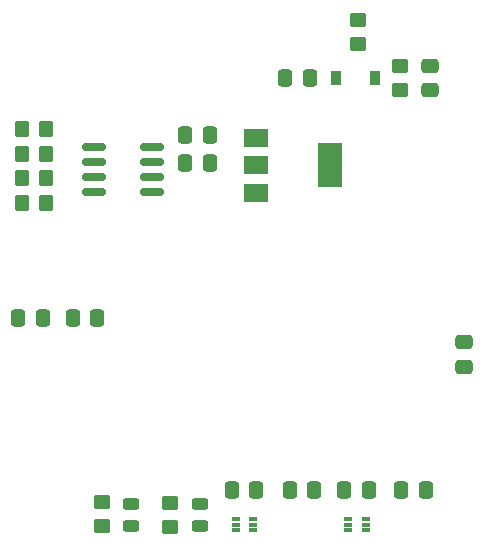
<source format=gbr>
%TF.GenerationSoftware,KiCad,Pcbnew,6.99.0-unknown-e4798199c6~148~ubuntu20.04.1*%
%TF.CreationDate,2022-06-12T18:05:56+02:00*%
%TF.ProjectId,MTRON_PCB,4d54524f-4e5f-4504-9342-2e6b69636164,rev?*%
%TF.SameCoordinates,Original*%
%TF.FileFunction,Paste,Top*%
%TF.FilePolarity,Positive*%
%FSLAX46Y46*%
G04 Gerber Fmt 4.6, Leading zero omitted, Abs format (unit mm)*
G04 Created by KiCad (PCBNEW 6.99.0-unknown-e4798199c6~148~ubuntu20.04.1) date 2022-06-12 18:05:56*
%MOMM*%
%LPD*%
G01*
G04 APERTURE LIST*
G04 Aperture macros list*
%AMRoundRect*
0 Rectangle with rounded corners*
0 $1 Rounding radius*
0 $2 $3 $4 $5 $6 $7 $8 $9 X,Y pos of 4 corners*
0 Add a 4 corners polygon primitive as box body*
4,1,4,$2,$3,$4,$5,$6,$7,$8,$9,$2,$3,0*
0 Add four circle primitives for the rounded corners*
1,1,$1+$1,$2,$3*
1,1,$1+$1,$4,$5*
1,1,$1+$1,$6,$7*
1,1,$1+$1,$8,$9*
0 Add four rect primitives between the rounded corners*
20,1,$1+$1,$2,$3,$4,$5,0*
20,1,$1+$1,$4,$5,$6,$7,0*
20,1,$1+$1,$6,$7,$8,$9,0*
20,1,$1+$1,$8,$9,$2,$3,0*%
G04 Aperture macros list end*
%ADD10RoundRect,0.250000X-0.350000X-0.450000X0.350000X-0.450000X0.350000X0.450000X-0.350000X0.450000X0*%
%ADD11RoundRect,0.250000X-0.450000X0.350000X-0.450000X-0.350000X0.450000X-0.350000X0.450000X0.350000X0*%
%ADD12RoundRect,0.250000X-0.337500X-0.475000X0.337500X-0.475000X0.337500X0.475000X-0.337500X0.475000X0*%
%ADD13RoundRect,0.250000X0.475000X-0.337500X0.475000X0.337500X-0.475000X0.337500X-0.475000X-0.337500X0*%
%ADD14RoundRect,0.250000X0.350000X0.450000X-0.350000X0.450000X-0.350000X-0.450000X0.350000X-0.450000X0*%
%ADD15R,2.000000X1.500000*%
%ADD16R,2.000000X3.800000*%
%ADD17RoundRect,0.250000X-0.475000X0.337500X-0.475000X-0.337500X0.475000X-0.337500X0.475000X0.337500X0*%
%ADD18RoundRect,0.250000X0.337500X0.475000X-0.337500X0.475000X-0.337500X-0.475000X0.337500X-0.475000X0*%
%ADD19RoundRect,0.150000X-0.825000X-0.150000X0.825000X-0.150000X0.825000X0.150000X-0.825000X0.150000X0*%
%ADD20RoundRect,0.243750X-0.456250X0.243750X-0.456250X-0.243750X0.456250X-0.243750X0.456250X0.243750X0*%
%ADD21R,0.900000X1.200000*%
%ADD22R,0.700000X0.340000*%
G04 APERTURE END LIST*
D10*
%TO.C,R7*%
X122100000Y-78200000D03*
X120100000Y-78200000D03*
%TD*%
D11*
%TO.C,R4*%
X126800000Y-109700000D03*
X126800000Y-107700000D03*
%TD*%
%TO.C,R3*%
X132600000Y-109800000D03*
X132600000Y-107800000D03*
%TD*%
D12*
%TO.C,C9*%
X135937500Y-79000000D03*
X133862500Y-79000000D03*
%TD*%
D11*
%TO.C,R2*%
X148500000Y-68900000D03*
X148500000Y-66900000D03*
%TD*%
D12*
%TO.C,C10*%
X135937500Y-76600000D03*
X133862500Y-76600000D03*
%TD*%
D13*
%TO.C,C2*%
X157500000Y-94162500D03*
X157500000Y-96237500D03*
%TD*%
D14*
%TO.C,R8*%
X120100000Y-80300000D03*
X122100000Y-80300000D03*
%TD*%
D12*
%TO.C,C6*%
X139900000Y-106700000D03*
X137825000Y-106700000D03*
%TD*%
D15*
%TO.C,U3*%
X139849999Y-81499999D03*
D16*
X146149999Y-79199999D03*
D15*
X139849999Y-79199999D03*
X139849999Y-76899999D03*
%TD*%
D12*
%TO.C,C11*%
X149437500Y-106700000D03*
X147362500Y-106700000D03*
%TD*%
D14*
%TO.C,R6*%
X120100000Y-82400000D03*
X122100000Y-82400000D03*
%TD*%
D17*
%TO.C,C3*%
X154600000Y-72837500D03*
X154600000Y-70762500D03*
%TD*%
D18*
%TO.C,C8*%
X142725000Y-106700000D03*
X144800000Y-106700000D03*
%TD*%
%TO.C,C5*%
X142362500Y-71800000D03*
X144437500Y-71800000D03*
%TD*%
D19*
%TO.C,U5*%
X131075000Y-77595000D03*
X131075000Y-78865000D03*
X131075000Y-80135000D03*
X131075000Y-81405000D03*
X126125000Y-81405000D03*
X126125000Y-80135000D03*
X126125000Y-78865000D03*
X126125000Y-77595000D03*
%TD*%
D20*
%TO.C,D3*%
X129300000Y-109737500D03*
X129300000Y-107862500D03*
%TD*%
D18*
%TO.C,C1*%
X119762500Y-92100000D03*
X121837500Y-92100000D03*
%TD*%
D21*
%TO.C,D1*%
X149949999Y-71799999D03*
X146649999Y-71799999D03*
%TD*%
D22*
%TO.C,U4*%
X139649999Y-109099999D03*
X139649999Y-109599999D03*
X139649999Y-110099999D03*
X138149999Y-110099999D03*
X138149999Y-109599999D03*
X138149999Y-109099999D03*
%TD*%
D11*
%TO.C,R1*%
X152100000Y-72800000D03*
X152100000Y-70800000D03*
%TD*%
D10*
%TO.C,R5*%
X122100000Y-76100000D03*
X120100000Y-76100000D03*
%TD*%
D22*
%TO.C,U6*%
X149149999Y-109099999D03*
X149149999Y-109599999D03*
X149149999Y-110099999D03*
X147649999Y-110099999D03*
X147649999Y-109599999D03*
X147649999Y-109099999D03*
%TD*%
D18*
%TO.C,C4*%
X124362500Y-92100000D03*
X126437500Y-92100000D03*
%TD*%
%TO.C,C12*%
X152162500Y-106700000D03*
X154237500Y-106700000D03*
%TD*%
D20*
%TO.C,D2*%
X135100000Y-109737500D03*
X135100000Y-107862500D03*
%TD*%
M02*

</source>
